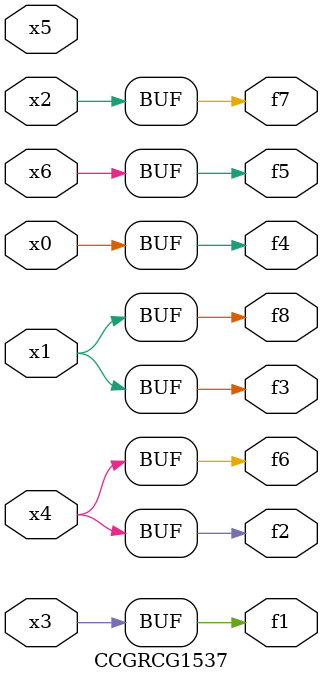
<source format=v>
module CCGRCG1537(
	input x0, x1, x2, x3, x4, x5, x6,
	output f1, f2, f3, f4, f5, f6, f7, f8
);
	assign f1 = x3;
	assign f2 = x4;
	assign f3 = x1;
	assign f4 = x0;
	assign f5 = x6;
	assign f6 = x4;
	assign f7 = x2;
	assign f8 = x1;
endmodule

</source>
